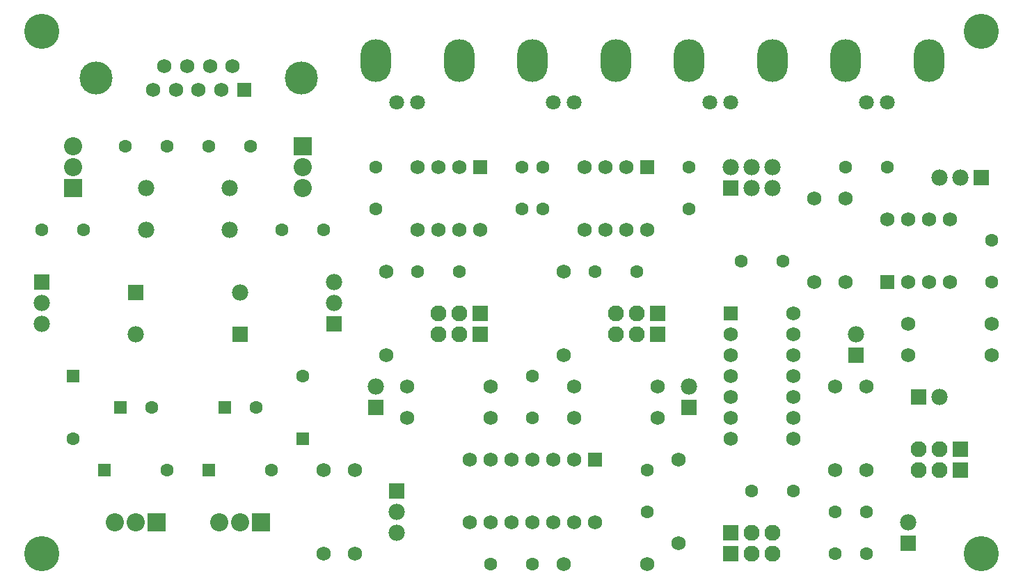
<source format=gts>
G04 (created by PCBNEW (2013-07-07 BZR 4022)-stable) date 12/07/2015 18:34:44*
%MOIN*%
G04 Gerber Fmt 3.4, Leading zero omitted, Abs format*
%FSLAX34Y34*%
G01*
G70*
G90*
G04 APERTURE LIST*
%ADD10C,0.00590551*%
%ADD11R,0.068X0.068*%
%ADD12C,0.068*%
%ADD13R,0.0867402X0.0867402*%
%ADD14C,0.0867402*%
%ADD15C,0.0768976*%
%ADD16R,0.0768976X0.0768976*%
%ADD17R,0.078X0.078*%
%ADD18C,0.078*%
%ADD19R,0.063X0.063*%
%ADD20C,0.063*%
%ADD21O,0.1458X0.2049*%
%ADD22C,0.071*%
%ADD23C,0.158*%
%ADD24C,0.168*%
G04 APERTURE END LIST*
G54D10*
G54D11*
X51500Y-44000D03*
G54D12*
X50500Y-44000D03*
X49500Y-44000D03*
X48500Y-44000D03*
X47500Y-44000D03*
X46500Y-44000D03*
X45500Y-44000D03*
X45500Y-47000D03*
X46500Y-47000D03*
X47500Y-47000D03*
X48500Y-47000D03*
X49500Y-47000D03*
X50500Y-47000D03*
X51500Y-47000D03*
G54D11*
X58000Y-37000D03*
G54D12*
X58000Y-38000D03*
X58000Y-39000D03*
X58000Y-40000D03*
X58000Y-41000D03*
X58000Y-42000D03*
X58000Y-43000D03*
X61000Y-43000D03*
X61000Y-42000D03*
X61000Y-41000D03*
X61000Y-40000D03*
X61000Y-39000D03*
X61000Y-38000D03*
X61000Y-37000D03*
G54D11*
X65500Y-35500D03*
G54D12*
X66500Y-35500D03*
X67500Y-35500D03*
X68500Y-35500D03*
X68500Y-32500D03*
X67500Y-32500D03*
X66500Y-32500D03*
X65500Y-32500D03*
G54D11*
X54000Y-30000D03*
G54D12*
X53000Y-30000D03*
X52000Y-30000D03*
X51000Y-30000D03*
X51000Y-33000D03*
X52000Y-33000D03*
X53000Y-33000D03*
X54000Y-33000D03*
G54D11*
X46000Y-30000D03*
G54D12*
X45000Y-30000D03*
X44000Y-30000D03*
X43000Y-30000D03*
X43000Y-33000D03*
X44000Y-33000D03*
X45000Y-33000D03*
X46000Y-33000D03*
G54D13*
X37500Y-29000D03*
G54D14*
X37500Y-30000D03*
X37500Y-31000D03*
G54D13*
X26500Y-31000D03*
G54D14*
X26500Y-30000D03*
X26500Y-29000D03*
G54D13*
X30500Y-47000D03*
G54D14*
X29500Y-47000D03*
X28500Y-47000D03*
G54D13*
X35500Y-47000D03*
G54D14*
X34500Y-47000D03*
X33500Y-47000D03*
G54D15*
X45000Y-37000D03*
G54D16*
X46000Y-37000D03*
G54D15*
X44000Y-37000D03*
G54D16*
X46000Y-38000D03*
G54D15*
X45000Y-38000D03*
X44000Y-38000D03*
X53500Y-37000D03*
G54D16*
X54500Y-37000D03*
G54D15*
X52500Y-37000D03*
G54D16*
X54500Y-38000D03*
G54D15*
X53500Y-38000D03*
X52500Y-38000D03*
X68000Y-43500D03*
G54D16*
X69000Y-43500D03*
G54D15*
X67000Y-43500D03*
G54D16*
X69000Y-44500D03*
G54D15*
X68000Y-44500D03*
X67000Y-44500D03*
X59000Y-48500D03*
G54D16*
X58000Y-48500D03*
G54D15*
X60000Y-48500D03*
G54D16*
X58000Y-47500D03*
G54D15*
X59000Y-47500D03*
X60000Y-47500D03*
G54D17*
X39000Y-37500D03*
G54D18*
X39000Y-36500D03*
X39000Y-35500D03*
G54D17*
X25000Y-35500D03*
G54D18*
X25000Y-36500D03*
X25000Y-37500D03*
G54D17*
X58000Y-31000D03*
G54D18*
X58000Y-30000D03*
X59000Y-31000D03*
X59000Y-30000D03*
X60000Y-31000D03*
X60000Y-30000D03*
G54D17*
X67000Y-41000D03*
G54D18*
X68000Y-41000D03*
G54D17*
X70000Y-30500D03*
G54D18*
X69000Y-30500D03*
X68000Y-30500D03*
G54D17*
X34500Y-38000D03*
G54D18*
X34500Y-36000D03*
G54D17*
X29500Y-36000D03*
G54D18*
X29500Y-38000D03*
G54D19*
X33750Y-41500D03*
G54D20*
X35250Y-41500D03*
G54D19*
X28750Y-41500D03*
G54D20*
X30250Y-41500D03*
G54D17*
X42000Y-45500D03*
G54D18*
X42000Y-46500D03*
X42000Y-47500D03*
G54D17*
X66500Y-48000D03*
G54D18*
X66500Y-47000D03*
G54D17*
X64000Y-39000D03*
G54D18*
X64000Y-38000D03*
G54D17*
X56000Y-41500D03*
G54D18*
X56000Y-40500D03*
G54D17*
X41000Y-41500D03*
G54D18*
X41000Y-40500D03*
G54D21*
X48500Y-24900D03*
X52500Y-24900D03*
G54D22*
X50500Y-26900D03*
X49500Y-26900D03*
G54D23*
X37420Y-25750D03*
X27580Y-25750D03*
G54D11*
X34680Y-26310D03*
G54D12*
X33590Y-26310D03*
X32500Y-26310D03*
X31410Y-26310D03*
X30320Y-26310D03*
X30860Y-25190D03*
X31950Y-25190D03*
X33050Y-25190D03*
X34140Y-25190D03*
X50000Y-39000D03*
X50000Y-35000D03*
X46500Y-40500D03*
X42500Y-40500D03*
X46500Y-42000D03*
X42500Y-42000D03*
X41500Y-35000D03*
X41500Y-39000D03*
X50500Y-42000D03*
X54500Y-42000D03*
X40000Y-44500D03*
X40000Y-48500D03*
X38500Y-48500D03*
X38500Y-44500D03*
X54000Y-49000D03*
X50000Y-49000D03*
X55500Y-48000D03*
X55500Y-44000D03*
X54500Y-40500D03*
X50500Y-40500D03*
X63000Y-40500D03*
X63000Y-44500D03*
X64500Y-40500D03*
X64500Y-44500D03*
X70500Y-37500D03*
X66500Y-37500D03*
X70500Y-39000D03*
X66500Y-39000D03*
G54D20*
X53500Y-35000D03*
X51500Y-35000D03*
X29000Y-29000D03*
X31000Y-29000D03*
X35000Y-29000D03*
X33000Y-29000D03*
X70500Y-35500D03*
X70500Y-33500D03*
X65500Y-30000D03*
X63500Y-30000D03*
X27000Y-33000D03*
X25000Y-33000D03*
X36500Y-33000D03*
X38500Y-33000D03*
X64500Y-48500D03*
X64500Y-46500D03*
X63000Y-48500D03*
X63000Y-46500D03*
X61000Y-45500D03*
X59000Y-45500D03*
X60500Y-34500D03*
X58500Y-34500D03*
X41000Y-30000D03*
X41000Y-32000D03*
X46500Y-49000D03*
X48500Y-49000D03*
X48000Y-32000D03*
X48000Y-30000D03*
X54000Y-46500D03*
X54000Y-44500D03*
X49000Y-30000D03*
X49000Y-32000D03*
X56000Y-32000D03*
X56000Y-30000D03*
X48500Y-42000D03*
X48500Y-40000D03*
X45000Y-35000D03*
X43000Y-35000D03*
G54D21*
X41000Y-24900D03*
X45000Y-24900D03*
G54D22*
X43000Y-26900D03*
X42000Y-26900D03*
G54D18*
X30000Y-31000D03*
X30000Y-33000D03*
X34000Y-31000D03*
X34000Y-33000D03*
G54D24*
X70000Y-23500D03*
X70000Y-48500D03*
X25000Y-48500D03*
X25000Y-23500D03*
G54D21*
X56000Y-24900D03*
X60000Y-24900D03*
G54D22*
X58000Y-26900D03*
X57000Y-26900D03*
G54D21*
X63500Y-24900D03*
X67500Y-24900D03*
G54D22*
X65500Y-26900D03*
X64500Y-26900D03*
G54D19*
X28000Y-44500D03*
G54D20*
X31000Y-44500D03*
G54D19*
X33000Y-44500D03*
G54D20*
X36000Y-44500D03*
G54D19*
X26500Y-40000D03*
G54D20*
X26500Y-43000D03*
G54D19*
X37500Y-43000D03*
G54D20*
X37500Y-40000D03*
G54D12*
X63500Y-35500D03*
X63500Y-31500D03*
X62000Y-35500D03*
X62000Y-31500D03*
M02*

</source>
